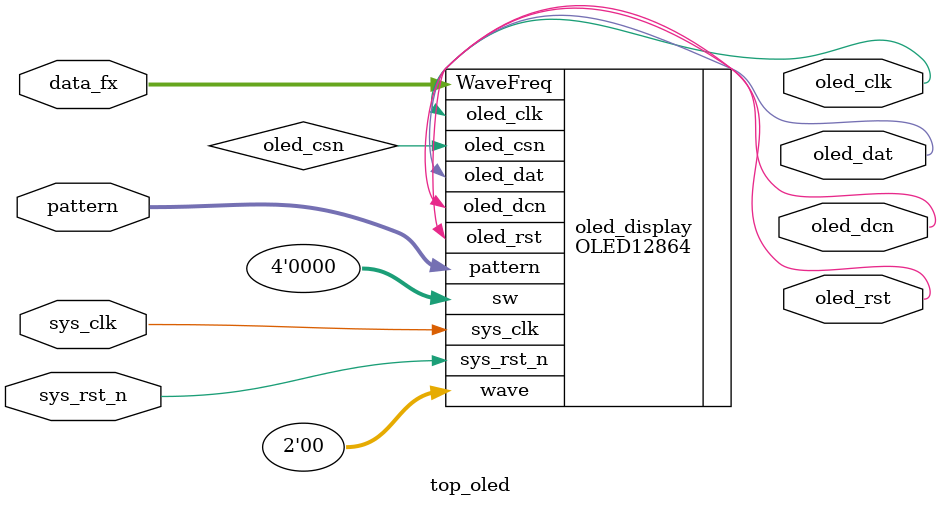
<source format=v>
module top_oled(
    input	sys_clk,    //系统时钟的输入
    input   sys_rst_n,  //复位信号
    input[29:0] data_fx,
    input[2:0] pattern,
    output	oled_rst,	//oled复位	
    output	oled_dcn,	//oled数据/命令控制
    output	oled_clk,	//SPI时钟信号
    output	oled_dat    //SPI数据信号
);
//wire	[26:0]  WaveFreq;
// 在你的顶层模块中
OLED12864 oled_display (
    .sys_clk(sys_clk),         // 提供50MHz时钟
    .sys_rst_n(sys_rst_n),     // 复位信号
    .sw(4'b0000),              // 开关全部关闭
    .wave(2'b00),              // 选择正弦波，把这个改成模式的选择与显示
    .WaveFreq(data_fx),  // 1MHz频率
    .oled_csn(oled_csn),       // 连接到OLED
    .oled_rst(oled_rst),
    .oled_dcn(oled_dcn), 
    .oled_clk(oled_clk),
    .oled_dat(oled_dat),
    .pattern(pattern)
);
endmodule

</source>
